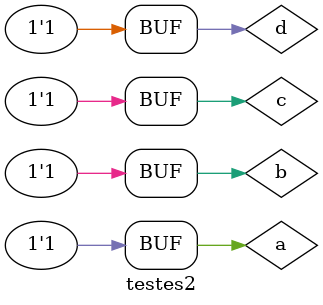
<source format=v>


module s2 (s,a,b,c,d);
output s;
input a,b,c,d;



and AND1 (s, a,b,c,d);



endmodule //fim s2

module testes2;

wire s;
reg a,b,c,d;

s2 Teste (s,a,b,c,d);

 initial begin
      $display("\na  b   c   d  s2\n");
      $monitor("%b  %b   %b   %b  %b", a, b, c, d, s);
  
	     a=0; b=0; c=0; d=0;  
    #1  a=0; b=0; c=0; d=1;
    #1  a=0; b=0; c=1; d=0;
    #1  a=0; b=0; c=1; d=1;
    #1  a=0; b=1; c=0; d=0;
 	 #1  a=0; b=1; c=0; d=1;
    #1  a=0; b=1; c=1; d=0;
    #1  a=0; b=1; c=1; d=1;
    #1  a=1; b=0; c=0; d=0;
    #1  a=1; b=0; c=0; d=1;
    #1  a=1; b=0; c=1; d=0;
    #1  a=1; b=0; c=1; d=1;
    #1  a=1; b=1; c=0; d=0;
    #1  a=1; b=1; c=0; d=1;
    #1  a=1; b=1; c=1; d=0;
    #1  a=1; b=1; c=1; d=1;


        
    end
    endmodule


</source>
